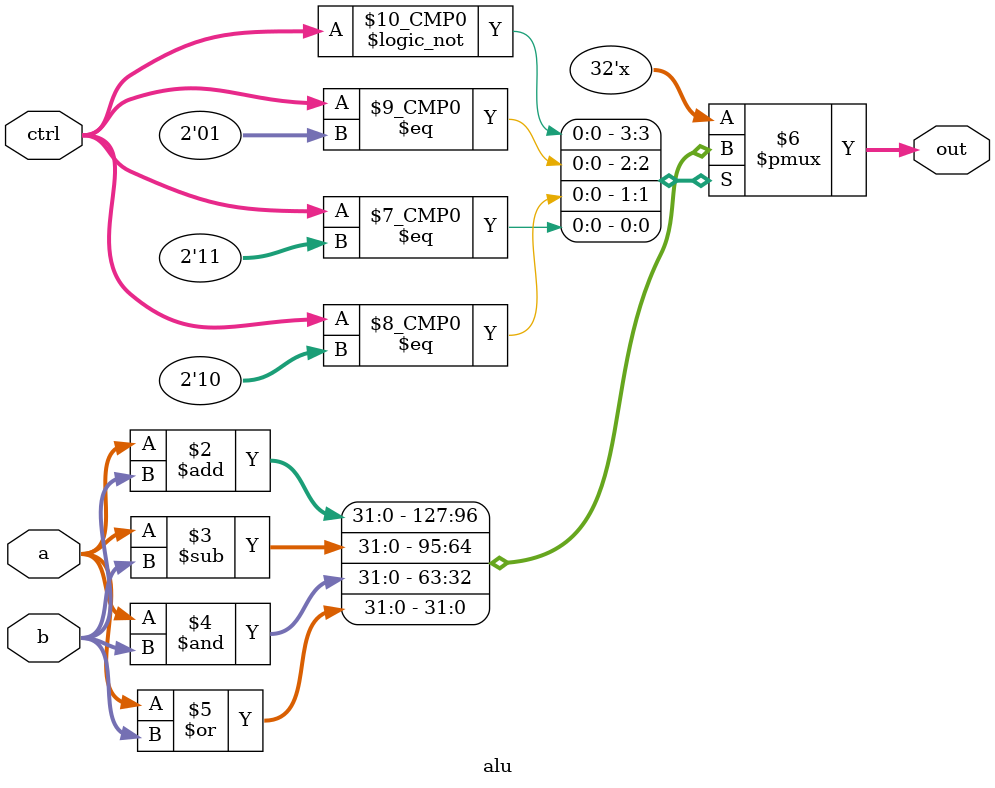
<source format=sv>
`timescale 1ns / 1ns

module alu (
    input [31:0] a,
    input [31:0] b,
    input [1:0] ctrl,
    output reg [31:0] out
);

  localparam ADD_CODE = 2'd0;
  localparam SUB_CODE = 2'd1;
  localparam AND_CODE = 2'd2;
  localparam ORR_CODE = 2'd3;

  always_comb begin
    case (ctrl)
      ADD_CODE: out = a + b;
      SUB_CODE: out = a - b;
      AND_CODE: out = a & b;
      ORR_CODE: out = a | b;
      default:  out = 32'd0;
    endcase
  end

endmodule

</source>
